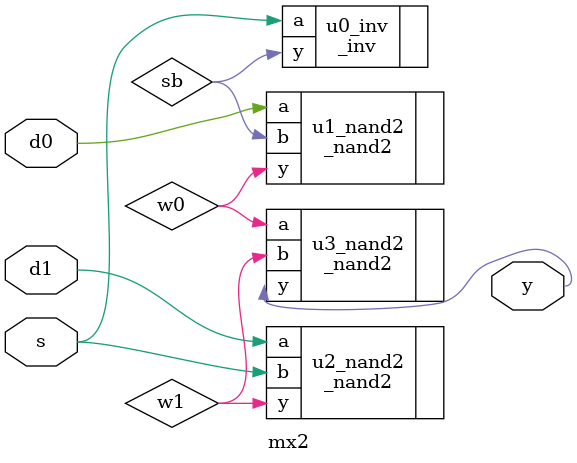
<source format=v>
module mx2(d0, d1, s, y);
	input d0, d1;
	input s;
	output y;
	wire sb, w0, w1;
	
	_inv u0_inv(.a(s), .y(sb));
	_nand2 u1_nand2(.a(d0), .b(sb), .y(w0));
	_nand2 u2_nand2(.a(d1), .b(s), .y(w1));
	_nand2 u3_nand2(.a(w0), .b(w1), .y(y));
endmodule

</source>
